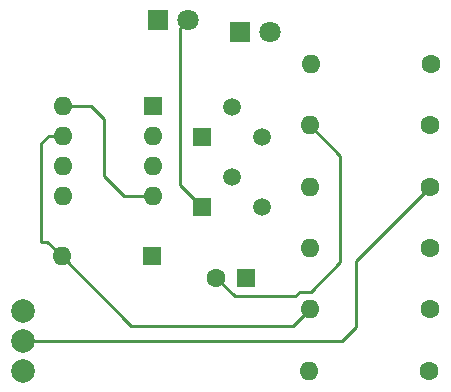
<source format=gbr>
%TF.GenerationSoftware,KiCad,Pcbnew,8.0.1*%
%TF.CreationDate,2024-04-02T10:11:43+02:00*%
%TF.ProjectId,Fledermaus I,466c6564-6572-46d6-9175-7320492e6b69,rev?*%
%TF.SameCoordinates,Original*%
%TF.FileFunction,Copper,L1,Top*%
%TF.FilePolarity,Positive*%
%FSLAX46Y46*%
G04 Gerber Fmt 4.6, Leading zero omitted, Abs format (unit mm)*
G04 Created by KiCad (PCBNEW 8.0.1) date 2024-04-02 10:11:43*
%MOMM*%
%LPD*%
G01*
G04 APERTURE LIST*
%TA.AperFunction,ComponentPad*%
%ADD10R,1.500000X1.500000*%
%TD*%
%TA.AperFunction,ComponentPad*%
%ADD11C,1.500000*%
%TD*%
%TA.AperFunction,ComponentPad*%
%ADD12R,1.800000X1.800000*%
%TD*%
%TA.AperFunction,ComponentPad*%
%ADD13C,1.800000*%
%TD*%
%TA.AperFunction,ComponentPad*%
%ADD14C,2.000000*%
%TD*%
%TA.AperFunction,ComponentPad*%
%ADD15R,1.600000X1.600000*%
%TD*%
%TA.AperFunction,ComponentPad*%
%ADD16O,1.600000X1.600000*%
%TD*%
%TA.AperFunction,ComponentPad*%
%ADD17C,1.600000*%
%TD*%
%TA.AperFunction,Conductor*%
%ADD18C,0.250000*%
%TD*%
G04 APERTURE END LIST*
D10*
%TO.P,Q1,1,E*%
%TO.N,Net-(D1-K)*%
X88100000Y-71100000D03*
D11*
%TO.P,Q1,2,B*%
%TO.N,Net-(Q1-B)*%
X90640000Y-68560000D03*
%TO.P,Q1,3,C*%
%TO.N,Net-(Q1-C)*%
X93180000Y-71100000D03*
%TD*%
D12*
%TO.P,D1,1,K*%
%TO.N,Net-(D1-K)*%
X84325000Y-61200000D03*
D13*
%TO.P,D1,2,A*%
%TO.N,Net-(D1-A)*%
X86865000Y-61200000D03*
%TD*%
D10*
%TO.P,Q2,1,E*%
%TO.N,Net-(D1-A)*%
X88100000Y-77042385D03*
D11*
%TO.P,Q2,2,B*%
%TO.N,Net-(Q1-C)*%
X90640000Y-74502385D03*
%TO.P,Q2,3,C*%
%TO.N,Net-(Q2-C)*%
X93180000Y-77042385D03*
%TD*%
D12*
%TO.P,D2,1,K*%
%TO.N,Net-(D1-K)*%
X91300000Y-62200000D03*
D13*
%TO.P,D2,2,A*%
%TO.N,Net-(D1-A)*%
X93840000Y-62200000D03*
%TD*%
D14*
%TO.P,S1,1,A*%
%TO.N,Net-(S1-A-Pad1)*%
X72900000Y-90900000D03*
%TO.P,S1,2,E*%
%TO.N,Net-(S1-E)*%
X72900000Y-88360000D03*
%TO.P,S1,3,A*%
%TO.N,unconnected-(S1-A-Pad3)*%
X72900000Y-85820000D03*
%TD*%
D15*
%TO.P,D3,1,K*%
%TO.N,Net-(D3-K)*%
X83820000Y-81200000D03*
D16*
%TO.P,D3,2,A*%
%TO.N,Net-(D3-A)*%
X76200000Y-81200000D03*
%TD*%
D17*
%TO.P,R1off1,1*%
%TO.N,Net-(S1-E)*%
X107300000Y-90900000D03*
D16*
%TO.P,R1off1,2*%
%TO.N,Net-(D3-A)*%
X97140000Y-90900000D03*
%TD*%
D17*
%TO.P,R3,1*%
%TO.N,Net-(D3-K)*%
X107480000Y-64900000D03*
D16*
%TO.P,R3,2*%
%TO.N,Net-(Q1-B)*%
X97320000Y-64900000D03*
%TD*%
D15*
%TO.P,U1,1,GND*%
%TO.N,Net-(D1-K)*%
X83920000Y-68460000D03*
D16*
%TO.P,U1,2,TR*%
%TO.N,Net-(D3-K)*%
X83920000Y-71000000D03*
%TO.P,U1,3,Q*%
%TO.N,unconnected-(U1-Q-Pad3)*%
X83920000Y-73540000D03*
%TO.P,U1,4,R*%
%TO.N,Net-(S1-E)*%
X83920000Y-76080000D03*
%TO.P,U1,5,CV*%
%TO.N,unconnected-(U1-CV-Pad5)*%
X76300000Y-76080000D03*
%TO.P,U1,6,THR*%
%TO.N,Net-(D3-K)*%
X76300000Y-73540000D03*
%TO.P,U1,7,DIS*%
%TO.N,Net-(D3-A)*%
X76300000Y-71000000D03*
%TO.P,U1,8,VCC*%
%TO.N,Net-(S1-E)*%
X76300000Y-68460000D03*
%TD*%
D17*
%TO.P,R5,1*%
%TO.N,Net-(S1-E)*%
X107360000Y-75300000D03*
D16*
%TO.P,R5,2*%
%TO.N,Net-(Q1-C)*%
X97200000Y-75300000D03*
%TD*%
D17*
%TO.P,R2on2,1*%
%TO.N,Net-(D3-K)*%
X107360000Y-85700000D03*
D16*
%TO.P,R2on2,2*%
%TO.N,Net-(D3-A)*%
X97200000Y-85700000D03*
%TD*%
D15*
%TO.P,C1,1*%
%TO.N,Net-(D3-K)*%
X91800000Y-83000000D03*
D17*
%TO.P,C1,2*%
%TO.N,Net-(D1-K)*%
X89300000Y-83000000D03*
%TD*%
%TO.P,R4,1*%
%TO.N,Net-(Q1-B)*%
X107360000Y-70100000D03*
D16*
%TO.P,R4,2*%
%TO.N,Net-(D1-K)*%
X97200000Y-70100000D03*
%TD*%
D17*
%TO.P,R6,1*%
%TO.N,Net-(S1-E)*%
X107360000Y-80500000D03*
D16*
%TO.P,R6,2*%
%TO.N,Net-(Q2-C)*%
X97200000Y-80500000D03*
%TD*%
D18*
%TO.N,Net-(D1-K)*%
X99800000Y-81700000D02*
X99800000Y-72700000D01*
X96400000Y-84200000D02*
X97300000Y-84200000D01*
X89300000Y-83000000D02*
X90900000Y-84600000D01*
X96000000Y-84600000D02*
X96400000Y-84200000D01*
X97300000Y-84200000D02*
X99800000Y-81700000D01*
X90900000Y-84600000D02*
X96000000Y-84600000D01*
X99800000Y-72700000D02*
X97200000Y-70100000D01*
%TO.N,Net-(D1-A)*%
X86200000Y-61865000D02*
X86200000Y-75142385D01*
X86200000Y-75142385D02*
X88100000Y-77042385D01*
X86865000Y-61200000D02*
X86200000Y-61865000D01*
%TO.N,Net-(D3-A)*%
X75000000Y-80000000D02*
X76200000Y-81200000D01*
X95800000Y-87100000D02*
X97200000Y-85700000D01*
X74500000Y-80000000D02*
X75000000Y-80000000D01*
X76300000Y-71000000D02*
X75100000Y-71000000D01*
X75100000Y-71000000D02*
X74500000Y-71600000D01*
X74500000Y-71600000D02*
X74500000Y-80000000D01*
X82100000Y-87100000D02*
X95800000Y-87100000D01*
X76200000Y-81200000D02*
X82100000Y-87100000D01*
%TO.N,Net-(S1-E)*%
X78660000Y-68460000D02*
X79800000Y-69600000D01*
X76300000Y-68460000D02*
X78660000Y-68460000D01*
X79800000Y-74400000D02*
X81480000Y-76080000D01*
X107360000Y-75300000D02*
X101100000Y-81560000D01*
X101100000Y-87200000D02*
X99940000Y-88360000D01*
X81480000Y-76080000D02*
X83920000Y-76080000D01*
X101100000Y-81560000D02*
X101100000Y-87200000D01*
X79800000Y-69600000D02*
X79800000Y-74400000D01*
X99940000Y-88360000D02*
X72900000Y-88360000D01*
%TD*%
M02*

</source>
